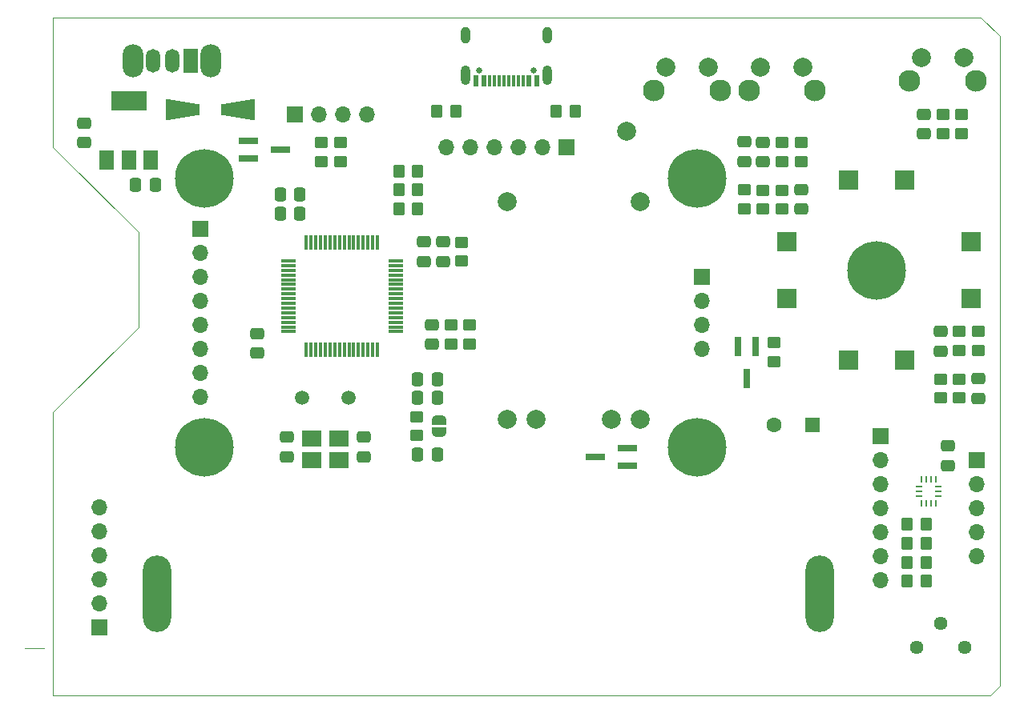
<source format=gbr>
%TF.GenerationSoftware,KiCad,Pcbnew,(7.0.0)*%
%TF.CreationDate,2023-04-30T17:40:28+02:00*%
%TF.ProjectId,STM32 Talnet console,53544d33-3220-4546-916c-6e657420636f,rev?*%
%TF.SameCoordinates,Original*%
%TF.FileFunction,Soldermask,Top*%
%TF.FilePolarity,Negative*%
%FSLAX46Y46*%
G04 Gerber Fmt 4.6, Leading zero omitted, Abs format (unit mm)*
G04 Created by KiCad (PCBNEW (7.0.0)) date 2023-04-30 17:40:28*
%MOMM*%
%LPD*%
G01*
G04 APERTURE LIST*
G04 Aperture macros list*
%AMRoundRect*
0 Rectangle with rounded corners*
0 $1 Rounding radius*
0 $2 $3 $4 $5 $6 $7 $8 $9 X,Y pos of 4 corners*
0 Add a 4 corners polygon primitive as box body*
4,1,4,$2,$3,$4,$5,$6,$7,$8,$9,$2,$3,0*
0 Add four circle primitives for the rounded corners*
1,1,$1+$1,$2,$3*
1,1,$1+$1,$4,$5*
1,1,$1+$1,$6,$7*
1,1,$1+$1,$8,$9*
0 Add four rect primitives between the rounded corners*
20,1,$1+$1,$2,$3,$4,$5,0*
20,1,$1+$1,$4,$5,$6,$7,0*
20,1,$1+$1,$6,$7,$8,$9,0*
20,1,$1+$1,$8,$9,$2,$3,0*%
%AMOutline4P*
0 Free polygon, 4 corners , with rotation*
0 The origin of the aperture is its center*
0 number of corners: always 4*
0 $1 to $8 corner X, Y*
0 $9 Rotation angle, in degrees counterclockwise*
0 create outline with 4 corners*
4,1,4,$1,$2,$3,$4,$5,$6,$7,$8,$1,$2,$9*%
%AMFreePoly0*
4,1,19,0.500000,-0.750000,0.000000,-0.750000,0.000000,-0.744911,-0.071157,-0.744911,-0.207708,-0.704816,-0.327430,-0.627875,-0.420627,-0.520320,-0.479746,-0.390866,-0.500000,-0.250000,-0.500000,0.250000,-0.479746,0.390866,-0.420627,0.520320,-0.327430,0.627875,-0.207708,0.704816,-0.071157,0.744911,0.000000,0.744911,0.000000,0.750000,0.500000,0.750000,0.500000,-0.750000,0.500000,-0.750000,
$1*%
%AMFreePoly1*
4,1,19,0.000000,0.744911,0.071157,0.744911,0.207708,0.704816,0.327430,0.627875,0.420627,0.520320,0.479746,0.390866,0.500000,0.250000,0.500000,-0.250000,0.479746,-0.390866,0.420627,-0.520320,0.327430,-0.627875,0.207708,-0.704816,0.071157,-0.744911,0.000000,-0.744911,0.000000,-0.750000,-0.500000,-0.750000,-0.500000,0.750000,0.000000,0.750000,0.000000,0.744911,0.000000,0.744911,
$1*%
G04 Aperture macros list end*
%ADD10RoundRect,0.250000X0.350000X0.450000X-0.350000X0.450000X-0.350000X-0.450000X0.350000X-0.450000X0*%
%ADD11R,1.500000X2.000000*%
%ADD12R,3.800000X2.000000*%
%ADD13R,2.000000X2.000000*%
%ADD14RoundRect,0.250000X0.475000X-0.337500X0.475000X0.337500X-0.475000X0.337500X-0.475000X-0.337500X0*%
%ADD15RoundRect,0.250000X0.450000X-0.350000X0.450000X0.350000X-0.450000X0.350000X-0.450000X-0.350000X0*%
%ADD16R,1.700000X1.700000*%
%ADD17O,1.700000X1.700000*%
%ADD18RoundRect,0.250000X-0.337500X-0.475000X0.337500X-0.475000X0.337500X0.475000X-0.337500X0.475000X0*%
%ADD19RoundRect,0.250000X-0.475000X0.337500X-0.475000X-0.337500X0.475000X-0.337500X0.475000X0.337500X0*%
%ADD20RoundRect,0.250000X-0.350000X-0.450000X0.350000X-0.450000X0.350000X0.450000X-0.350000X0.450000X0*%
%ADD21R,0.700000X2.000000*%
%ADD22C,2.300000*%
%ADD23C,2.000000*%
%ADD24RoundRect,0.250000X-0.450000X0.350000X-0.450000X-0.350000X0.450000X-0.350000X0.450000X0.350000X0*%
%ADD25Outline4P,-1.800000X-1.150000X1.800000X-0.550000X1.800000X0.550000X-1.800000X1.150000X0.000000*%
%ADD26Outline4P,-1.800000X-1.150000X1.800000X-0.550000X1.800000X0.550000X-1.800000X1.150000X180.000000*%
%ADD27RoundRect,0.250000X0.337500X0.475000X-0.337500X0.475000X-0.337500X-0.475000X0.337500X-0.475000X0*%
%ADD28FreePoly0,270.000000*%
%ADD29FreePoly1,270.000000*%
%ADD30C,0.650000*%
%ADD31R,0.600000X1.240000*%
%ADD32R,0.300000X1.240000*%
%ADD33O,1.000000X2.100000*%
%ADD34O,1.000000X1.800000*%
%ADD35C,6.200000*%
%ADD36C,1.440000*%
%ADD37O,2.200000X3.500000*%
%ADD38R,1.500000X2.500000*%
%ADD39O,1.500000X2.500000*%
%ADD40O,3.000000X8.100000*%
%ADD41R,0.250000X0.675000*%
%ADD42R,0.675000X0.250000*%
%ADD43R,2.000000X0.700000*%
%ADD44R,2.100000X1.800000*%
%ADD45R,1.600000X1.600000*%
%ADD46C,1.600000*%
%ADD47RoundRect,0.075000X0.075000X-0.700000X0.075000X0.700000X-0.075000X0.700000X-0.075000X-0.700000X0*%
%ADD48RoundRect,0.075000X0.700000X-0.075000X0.700000X0.075000X-0.700000X0.075000X-0.700000X-0.075000X0*%
%ADD49C,1.500000*%
%TA.AperFunction,Profile*%
%ADD50C,0.100000*%
%TD*%
G04 APERTURE END LIST*
D10*
%TO.C,R26*%
X157457100Y-85905000D03*
X155457100Y-85905000D03*
%TD*%
D11*
%TO.C,U3*%
X70871099Y-43345999D03*
X73171099Y-43345999D03*
D12*
X73171099Y-37045999D03*
D11*
X75471099Y-43345999D03*
%TD*%
D13*
%TO.C,SW5*%
X142707099Y-57999999D03*
X142707099Y-51999999D03*
%TD*%
D14*
%TO.C,C22*%
X159707100Y-75655000D03*
X159707100Y-73580000D03*
%TD*%
D10*
%TO.C,R28*%
X157457100Y-83905000D03*
X155457100Y-83905000D03*
%TD*%
D14*
%TO.C,C17*%
X157207100Y-40575000D03*
X157207100Y-38500000D03*
%TD*%
D15*
%TO.C,R3*%
X141407100Y-64650000D03*
X141407100Y-62650000D03*
%TD*%
D10*
%TO.C,R19*%
X107747100Y-38214000D03*
X105747100Y-38214000D03*
%TD*%
D16*
%TO.C,J2*%
X80732099Y-50624999D03*
D17*
X80732099Y-53164999D03*
X80732099Y-55704999D03*
X80732099Y-58244999D03*
X80732099Y-60784999D03*
X80732099Y-63324999D03*
X80732099Y-65864999D03*
X80732099Y-68404999D03*
%TD*%
D18*
%TO.C,C7*%
X89174037Y-48993286D03*
X91249037Y-48993286D03*
%TD*%
D19*
%TO.C,C15*%
X144207100Y-46462500D03*
X144207100Y-48537500D03*
%TD*%
D16*
%TO.C,J10*%
X162787099Y-75079999D03*
D17*
X162787099Y-77619999D03*
X162787099Y-80159999D03*
X162787099Y-82699999D03*
X162787099Y-85239999D03*
%TD*%
D14*
%TO.C,C8*%
X106379564Y-54089034D03*
X106379564Y-52014034D03*
%TD*%
%TO.C,C13*%
X140207100Y-43537500D03*
X140207100Y-41462500D03*
%TD*%
D20*
%TO.C,R24*%
X101707100Y-48500000D03*
X103707100Y-48500000D03*
%TD*%
D21*
%TO.C,Q1*%
X139457099Y-63049999D03*
X137557099Y-63049999D03*
X138507099Y-66449999D03*
%TD*%
D19*
%TO.C,C21*%
X68457100Y-39412500D03*
X68457100Y-41487500D03*
%TD*%
D22*
%TO.C,SW1*%
X138707100Y-36000000D03*
X145707100Y-36000000D03*
D23*
X139957100Y-33500000D03*
X144457100Y-33500000D03*
%TD*%
D24*
%TO.C,R1*%
X93491100Y-41498000D03*
X93491100Y-43498000D03*
%TD*%
D25*
%TO.C,D1*%
X78907100Y-38000000D03*
D26*
X84707100Y-38000000D03*
%TD*%
D27*
%TO.C,C20*%
X75994600Y-46000000D03*
X73919600Y-46000000D03*
%TD*%
D19*
%TO.C,C16*%
X162957100Y-66462500D03*
X162957100Y-68537500D03*
%TD*%
D16*
%TO.C,J9*%
X152627099Y-72529999D03*
D17*
X152627099Y-75069999D03*
X152627099Y-77609999D03*
X152627099Y-80149999D03*
X152627099Y-82689999D03*
X152627099Y-85229999D03*
X152627099Y-87769999D03*
%TD*%
D16*
%TO.C,J3*%
X133732099Y-55699999D03*
D17*
X133732099Y-58239999D03*
X133732099Y-60779999D03*
X133732099Y-63319999D03*
%TD*%
D10*
%TO.C,R29*%
X157457100Y-87905000D03*
X155457100Y-87905000D03*
%TD*%
%TO.C,R27*%
X157457100Y-81905000D03*
X155457100Y-81905000D03*
%TD*%
D24*
%TO.C,FB1*%
X103607100Y-70500000D03*
X103607100Y-72500000D03*
%TD*%
D28*
%TO.C,JP1*%
X106007100Y-70850000D03*
D29*
X106007100Y-72150000D03*
%TD*%
D20*
%TO.C,R23*%
X101707100Y-44500000D03*
X103707100Y-44500000D03*
%TD*%
D30*
%TO.C,J6*%
X115987100Y-33844000D03*
X110207100Y-33844000D03*
D31*
X116297099Y-34963999D03*
X115497099Y-34963999D03*
D32*
X114347099Y-34963999D03*
X113347099Y-34963999D03*
X112847099Y-34963999D03*
X111847099Y-34963999D03*
D31*
X110697099Y-34963999D03*
X109897099Y-34963999D03*
X109897099Y-34963999D03*
X110697099Y-34963999D03*
D32*
X111347099Y-34963999D03*
X112347099Y-34963999D03*
X113847099Y-34963999D03*
X114847099Y-34963999D03*
D31*
X115497099Y-34963999D03*
X116297099Y-34963999D03*
D33*
X117417099Y-34363999D03*
D34*
X117417099Y-30163999D03*
D33*
X108777099Y-34363999D03*
D34*
X108777099Y-30163999D03*
%TD*%
D19*
%TO.C,C6*%
X105207100Y-60750000D03*
X105207100Y-62825000D03*
%TD*%
D24*
%TO.C,R21*%
X109207100Y-60825000D03*
X109207100Y-62825000D03*
%TD*%
D35*
%TO.C,H1*%
X81207100Y-45250000D03*
%TD*%
D16*
%TO.C,J4*%
X70047099Y-92824999D03*
D17*
X70047099Y-90284999D03*
X70047099Y-87744999D03*
X70047099Y-85204999D03*
X70047099Y-82664999D03*
X70047099Y-80124999D03*
%TD*%
D16*
%TO.C,J1*%
X90707099Y-38474999D03*
D17*
X93247099Y-38474999D03*
X95787099Y-38474999D03*
X98327099Y-38474999D03*
%TD*%
D13*
%TO.C,SW2*%
X149207099Y-45499999D03*
X155207099Y-45499999D03*
%TD*%
D15*
%TO.C,R22*%
X107207100Y-62825000D03*
X107207100Y-60825000D03*
%TD*%
D36*
%TO.C,RV1*%
X161507100Y-94885000D03*
X158967100Y-92345000D03*
X156427100Y-94885000D03*
%TD*%
D37*
%TO.C,SW9*%
X81843099Y-32829999D03*
X73643099Y-32829999D03*
D38*
X79743099Y-32829999D03*
D39*
X77743099Y-32829999D03*
X75743099Y-32829999D03*
%TD*%
D15*
%TO.C,R13*%
X161207100Y-40537500D03*
X161207100Y-38537500D03*
%TD*%
D20*
%TO.C,R20*%
X118372100Y-38214000D03*
X120372100Y-38214000D03*
%TD*%
D23*
%TO.C,TP1*%
X125807100Y-40300000D03*
%TD*%
D35*
%TO.C,H3*%
X133207100Y-73750000D03*
%TD*%
D18*
%TO.C,C11*%
X103707100Y-66500000D03*
X105782100Y-66500000D03*
%TD*%
D16*
%TO.C,J8*%
X119447099Y-42013999D03*
D17*
X116907099Y-42013999D03*
X114367099Y-42013999D03*
X111827099Y-42013999D03*
X109287099Y-42013999D03*
X106747099Y-42013999D03*
%TD*%
D13*
%TO.C,SW3*%
X162207099Y-57999999D03*
X162207099Y-51999999D03*
%TD*%
D40*
%TO.C,J7*%
X76207099Y-89224999D03*
X146207099Y-89224999D03*
%TD*%
D35*
%TO.C,H2*%
X133207100Y-45250000D03*
%TD*%
D41*
%TO.C,U4*%
X156957099Y-79679999D03*
X157457099Y-79679999D03*
X157957099Y-79679999D03*
X158457099Y-79679999D03*
D42*
X158719599Y-78917499D03*
X158719599Y-78417499D03*
X158719599Y-77917499D03*
D41*
X158457099Y-77154999D03*
X157957099Y-77154999D03*
X157457099Y-77154999D03*
X156957099Y-77154999D03*
D42*
X156694599Y-77917499D03*
X156694599Y-78417499D03*
X156694599Y-78917499D03*
%TD*%
D18*
%TO.C,C1*%
X89174037Y-46993286D03*
X91249037Y-46993286D03*
%TD*%
D10*
%TO.C,R25*%
X103707100Y-46500000D03*
X101707100Y-46500000D03*
%TD*%
D22*
%TO.C,SW4*%
X128707100Y-36000000D03*
X135707100Y-36000000D03*
D23*
X129957100Y-33500000D03*
X134457100Y-33500000D03*
%TD*%
D24*
%TO.C,R9*%
X158957100Y-66500000D03*
X158957100Y-68500000D03*
%TD*%
D15*
%TO.C,R2*%
X95523100Y-43498000D03*
X95523100Y-41498000D03*
%TD*%
D24*
%TO.C,R8*%
X140207100Y-46537500D03*
X140207100Y-48537500D03*
%TD*%
D43*
%TO.C,Q2*%
X125907099Y-75699999D03*
X125907099Y-73799999D03*
X122507099Y-74749999D03*
%TD*%
D18*
%TO.C,C9*%
X103707100Y-74500000D03*
X105782100Y-74500000D03*
%TD*%
D15*
%TO.C,R14*%
X159207100Y-40537500D03*
X159207100Y-38537500D03*
%TD*%
%TO.C,R6*%
X142207100Y-43500000D03*
X142207100Y-41500000D03*
%TD*%
%TO.C,R7*%
X160957100Y-63500000D03*
X160957100Y-61500000D03*
%TD*%
D19*
%TO.C,C3*%
X89893100Y-72676500D03*
X89893100Y-74751500D03*
%TD*%
D15*
%TO.C,R12*%
X138207100Y-48500000D03*
X138207100Y-46500000D03*
%TD*%
%TO.C,R30*%
X108384688Y-54046861D03*
X108384688Y-52046861D03*
%TD*%
D19*
%TO.C,C12*%
X138207100Y-41425000D03*
X138207100Y-43500000D03*
%TD*%
D22*
%TO.C,SW7*%
X155707100Y-35000000D03*
X162707100Y-35000000D03*
D23*
X156957100Y-32500000D03*
X161457100Y-32500000D03*
%TD*%
D44*
%TO.C,Y1*%
X92507099Y-75117999D03*
X95407099Y-75117999D03*
X95407099Y-72817999D03*
X92507099Y-72817999D03*
%TD*%
D14*
%TO.C,C4*%
X98021099Y-74751500D03*
X98021099Y-72676500D03*
%TD*%
D43*
%TO.C,Q3*%
X85807099Y-41299999D03*
X85807099Y-43199999D03*
X89207099Y-42249999D03*
%TD*%
D24*
%TO.C,R10*%
X142207100Y-46537500D03*
X142207100Y-48537500D03*
%TD*%
D45*
%TO.C,BZ1*%
X145407099Y-71349999D03*
D46*
X141407100Y-71350000D03*
%TD*%
D15*
%TO.C,R4*%
X144207101Y-43500000D03*
X144207101Y-41500000D03*
%TD*%
D14*
%TO.C,C14*%
X158957100Y-63537500D03*
X158957100Y-61462500D03*
%TD*%
%TO.C,C5*%
X86768443Y-63754825D03*
X86768443Y-61679825D03*
%TD*%
D15*
%TO.C,R5*%
X162957100Y-63500000D03*
X162957100Y-61500000D03*
%TD*%
D18*
%TO.C,C10*%
X103707100Y-68500000D03*
X105782100Y-68500000D03*
%TD*%
D13*
%TO.C,SW6*%
X149207099Y-64499999D03*
X155207099Y-64499999D03*
%TD*%
D47*
%TO.C,U1*%
X91957100Y-63425000D03*
X92457100Y-63425000D03*
X92957100Y-63425000D03*
X93457100Y-63425000D03*
X93957100Y-63425000D03*
X94457100Y-63425000D03*
X94957100Y-63425000D03*
X95457100Y-63425000D03*
X95957100Y-63425000D03*
X96457100Y-63425000D03*
X96957100Y-63425000D03*
X97457100Y-63425000D03*
X97957100Y-63425000D03*
X98457100Y-63425000D03*
X98957100Y-63425000D03*
X99457100Y-63425000D03*
D48*
X101382100Y-61500000D03*
X101382100Y-61000000D03*
X101382100Y-60500000D03*
X101382100Y-60000000D03*
X101382100Y-59500000D03*
X101382100Y-59000000D03*
X101382100Y-58500000D03*
X101382100Y-58000000D03*
X101382100Y-57500000D03*
X101382100Y-57000000D03*
X101382100Y-56500000D03*
X101382100Y-56000000D03*
X101382100Y-55500000D03*
X101382100Y-55000000D03*
X101382100Y-54500000D03*
X101382100Y-54000000D03*
D47*
X99457100Y-52075000D03*
X98957100Y-52075000D03*
X98457100Y-52075000D03*
X97957100Y-52075000D03*
X97457100Y-52075000D03*
X96957100Y-52075000D03*
X96457100Y-52075000D03*
X95957100Y-52075000D03*
X95457100Y-52075000D03*
X94957100Y-52075000D03*
X94457100Y-52075000D03*
X93957100Y-52075000D03*
X93457100Y-52075000D03*
X92957100Y-52075000D03*
X92457100Y-52075000D03*
X91957100Y-52075000D03*
D48*
X90032100Y-54000000D03*
X90032100Y-54500000D03*
X90032100Y-55000000D03*
X90032100Y-55500000D03*
X90032100Y-56000000D03*
X90032100Y-56500000D03*
X90032100Y-57000000D03*
X90032100Y-57500000D03*
X90032100Y-58000000D03*
X90032100Y-58500000D03*
X90032100Y-59000000D03*
X90032100Y-59500000D03*
X90032100Y-60000000D03*
X90032100Y-60500000D03*
X90032100Y-61000000D03*
X90032100Y-61500000D03*
%TD*%
D35*
%TO.C,H4*%
X81207100Y-73750000D03*
%TD*%
%TO.C,H5*%
X152207100Y-55000000D03*
%TD*%
D23*
%TO.C,U2*%
X127207100Y-47750000D03*
X113207100Y-47750000D03*
X127207100Y-70750000D03*
X124207100Y-70750000D03*
X116207100Y-70750000D03*
X113207100Y-70750000D03*
%TD*%
D19*
%TO.C,C2*%
X104379564Y-52014034D03*
X104379564Y-54089034D03*
%TD*%
D49*
%TO.C,Y2*%
X91507100Y-68500000D03*
X96387100Y-68500000D03*
%TD*%
D24*
%TO.C,R11*%
X160957100Y-66500000D03*
X160957100Y-68500000D03*
%TD*%
D50*
X163207100Y-28250000D02*
X65207100Y-28250000D01*
X164207100Y-100000000D02*
X165207100Y-99000000D01*
X163207100Y-28250000D02*
X165207100Y-30250000D01*
X65207100Y-28250000D02*
X65207100Y-42000000D01*
X74207100Y-51000000D02*
X74207100Y-61000000D01*
X65207100Y-70000000D02*
X65207100Y-100000000D01*
X64207100Y-95000000D02*
X62207100Y-95000000D01*
X74207100Y-61000000D02*
X65207100Y-70000000D01*
X74207100Y-51000000D02*
X65207100Y-42000000D01*
X65207100Y-100000000D02*
X164207100Y-100000000D01*
X165207100Y-99000000D02*
X165207100Y-30250000D01*
M02*

</source>
